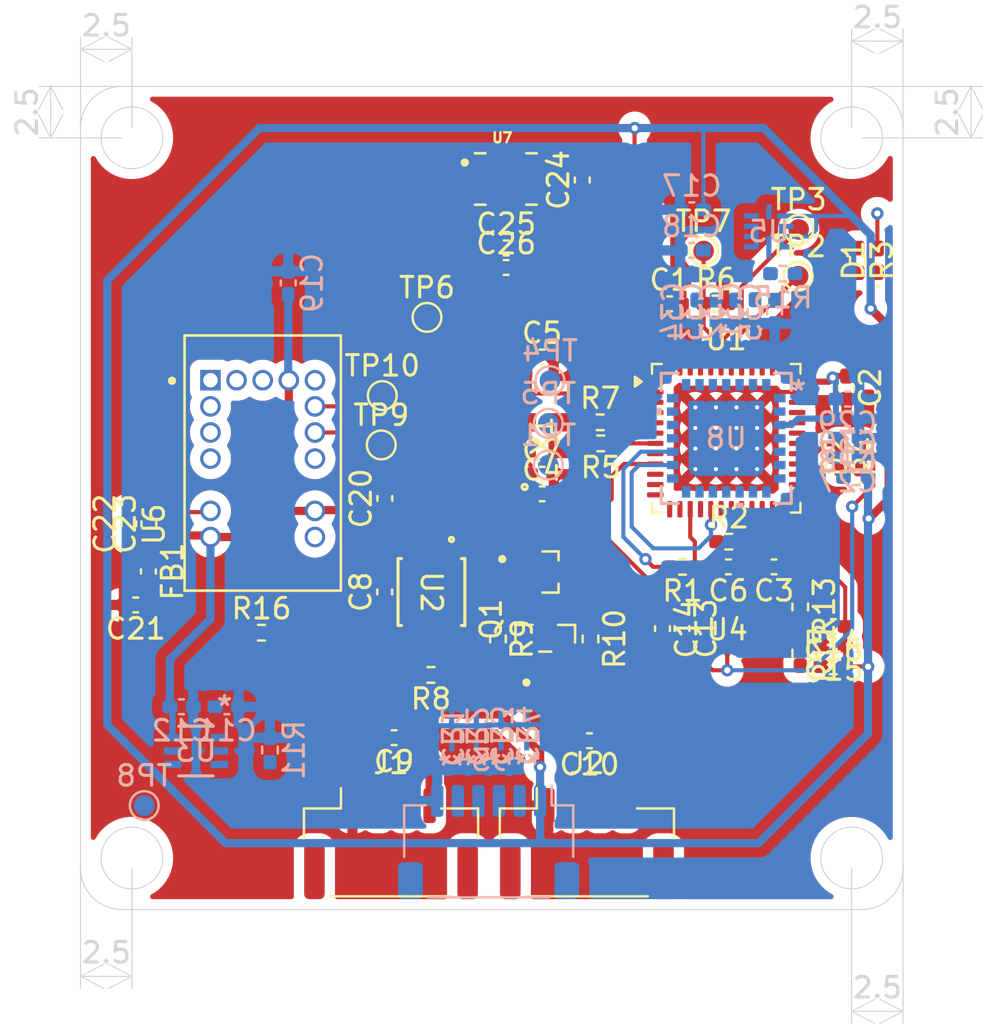
<source format=kicad_pcb>
(kicad_pcb (version 20241229) (generator "pcbnew") (generator_version "9.0")
  (layers (0 "F.Cu" signal) (4 "In1.Cu" signal) (6 "In2.Cu" signal) (2 "B.Cu" signal) (13 "F.Paste" user) (15 "B.Paste" user) (5 "F.SilkS" user "F.Silkscreen") (7 "B.SilkS" user "B.Silkscreen") (1 "F.Mask" user) (3 "B.Mask" user) (25 "Edge.Cuts" user))
  (net 0 "")
  (net 1 "+3.3V")
  (net 2 "GND")
  (net 3 "Net-(U1-VCAP_1)")
  (net 4 "5V_CAN")
  (net 5 "VDDL")
  (net 6 "Net-(U5-VOUT)")
  (net 7 "Net-(U6-GNDL)")
  (net 8 "SYS_SWCLK")
  (net 9 "SYS_SWDIO")
  (net 10 "USART2_RX")
  (net 11 "USART2_TX")
  (net 12 "Net-(D1-K)")
  (net 13 "Net-(D2-K)")
  (net 14 "CAN_N")
  (net 15 "CAN_P")
  (net 16 "CAN_TERM")
  (net 17 "Net-(Q1-D)")
  (net 18 "SPI1_SCK")
  (net 19 "Net-(U1-PA5)")
  (net 20 "Net-(U1-PB10)")
  (net 21 "SPI2_SCK")
  (net 22 "LED_RED")
  (net 23 "LED_BLUE")
  (net 24 "NRST")
  (net 25 "BOOT0")
  (net 26 "OSC_IN")
  (net 27 "Net-(X1-OUTPUT)")
  (net 28 "CAN_SILENT")
  (net 29 "Net-(U3-*CE)")
  (net 30 "Net-(R12-Pad2)")
  (net 31 "Net-(U4-FB)")
  (net 32 "Net-(U6-GND)")
  (net 33 "VBUS_SENSE")
  (net 34 "I2C1_SCL")
  (net 35 "I2C1_SDA")
  (net 36 "Net-(U1-PC15)")
  (net 37 "Net-(U1-PH1)")
  (net 38 "Net-(U3-ST)")
  (net 39 "Net-(U6-CLK+)")
  (net 40 "Net-(U6-CLK-)")
  (net 41 "CAN1_RX")
  (net 42 "SPI1_CS_ICM42688P")
  (net 43 "SPI1_MOSI")
  (net 45 "SPI2_MISO")
  (net 46 "SPI1_MISO")
  (net 49 "CAN1_TX")
  (net 51 "SPI1_DRDY_ICM42688P")
  (net 52 "SPI1_PAW3902_NCS")
  (net 53 "SPI2_AFBR_IRQ_n")
  (net 55 "SPI2_AFBR_CS_n")
  (net 57 "SPI2_MOSI")
  (net 58 "SPI1_FSYNC_ICM42688P_TIM1_CH4")
  (net 60 "SPI1_PAW3902_MOTION")
  (net 73 "+2.0V")
  (net 80 "Net-(U8-NRESET)")
  (net 87 "Net-(U8-VREG)")
  (footprint "Package_DFN_QFN:QFN-48-1EP_7x7mm_P0.5mm_EP3.5x3.5mm_ThermalVias" (layer "F.Cu") (at 166.4 82.1)
    (property "Reference" "U1")
    (property "Value" "STM32F412CEUx")
  )
  (footprint "Capacitor_SMD:C_0402_1005Metric_Pad0.74x0.62mm_HandSolder" (layer "F.Cu") (at 149.79 89.5675 90)
    (property "Reference" "C8")
    (property "Value" "0.1uf")
  )
  (footprint "TestPoint:TestPoint_Pad_D1.0mm" (layer "F.Cu") (at 169.9 74.225)
    (property "Reference" "TP2")
    (property "Value" "I2C1_SCL")
  )
  (footprint "Capacitor_SMD:C_0402_1005Metric_Pad0.74x0.62mm_HandSolder" (layer "F.Cu") (at 137.35 86.2575 90)
    (property "Reference" "C22")
    (property "Value" "10uF")
  )
  (footprint "Capacitor_SMD:C_0402_1005Metric_Pad0.74x0.62mm_HandSolder" (layer "F.Cu") (at 157.449998 84.800002)
    (property "Reference" "C4")
    (property "Value" "0.1uf")
  )
  (footprint "AFBR_S50LV85D:XCVR_AFBR-S50LV85D" (layer "F.Cu") (at 143.86 83.305 90)
    (property "Reference" "U6")
    (property "Value" "AFBR-S50LV85D")
  )
  (footprint "Capacitor_SMD:C_0402_1005Metric_Pad0.74x0.62mm_HandSolder" (layer "F.Cu") (at 159.75 96.8 180)
    (property "Reference" "C10")
    (property "Value" "2.2uf")
  )
  (footprint "TestPoint:TestPoint_Pad_D1.0mm" (layer "F.Cu") (at 151.85 76.225)
    (property "Reference" "TP6")
    (property "Value" "NRST")
  )
  (footprint "Capacitor_SMD:C_0402_1005Metric_Pad0.74x0.62mm_HandSolder" (layer "F.Cu") (at 171.6175 92.2 180)
    (property "Reference" "C15")
    (property "Value" "10uF")
  )
  (footprint "Resistor_SMD:R_0402_1005Metric_Pad0.72x0.64mm_HandSolder" (layer "F.Cu") (at 172.8 73.455 -90)
    (property "Reference" "R3")
    (property "Value" "2.2K")
  )
  (footprint "Capacitor_SMD:C_0402_1005Metric_Pad0.74x0.62mm_HandSolder" (layer "F.Cu") (at 171.6175 91.25 180)
    (property "Reference" "C16")
    (property "Value" "10uF")
  )
  (footprint "Resistor_SMD:R_0402_1005Metric_Pad0.72x0.64mm_HandSolder" (layer "F.Cu") (at 152.04 93.6 180)
    (property "Reference" "R8")
    (property "Value" "10k")
  )
  (footprint "Capacitor_SMD:C_0402_1005Metric_Pad0.74x0.62mm_HandSolder" (layer "F.Cu") (at 157.4425 78.150002)
    (property "Reference" "C5")
    (property "Value" "0.1uf")
  )
  (footprint "Resistor_SMD:R_0402_1005Metric_Pad0.72x0.64mm_HandSolder" (layer "F.Cu") (at 164.275 88.35 180)
    (property "Reference" "R1")
    (property "Value" "0")
  )
  (footprint "Resistor_SMD:R_0402_1005Metric_Pad0.72x0.64mm_HandSolder" (layer "F.Cu") (at 166.525 87.125)
    (property "Reference" "R2")
    (property "Value" "0")
  )
  (footprint "Resistor_SMD:R_0402_1005Metric_Pad0.72x0.64mm_HandSolder" (layer "F.Cu") (at 155.3 91.85 -90)
    (property "Reference" "R9")
    (property "Value" "R_US")
  )
  (footprint "Capacitor_SMD:C_0402_1005Metric_Pad0.74x0.62mm_HandSolder" (layer "F.Cu") (at 137.6825 90.2 180)
    (property "Reference" "C21")
    (property "Value" "10uF")
  )
  (footprint "Capacitor_SMD:C_0402_1005Metric_Pad0.74x0.62mm_HandSolder" (layer "F.Cu") (at 164.25 91.35 -90)
    (property "Reference" "C13")
    (property "Value" "10uF")
  )
  (footprint "TestPoint:TestPoint_Pad_D1.0mm" (layer "F.Cu") (at 165.3 73)
    (property "Reference" "TP7")
    (property "Value" "BOOT0")
  )
  (footprint "Resistor_SMD:R_0402_1005Metric_Pad0.72x0.64mm_HandSolder" (layer "F.Cu") (at 143.8 91.55)
    (property "Reference" "R16")
    (property "Value" "0")
  )
  (footprint "Capacitor_SMD:C_0402_1005Metric_Pad0.74x0.62mm_HandSolder" (layer "F.Cu") (at 150.25 96.65 180)
    (property "Reference" "C9")
    (property "Value" "2.2uf")
  )
  (footprint "TJA1051TK_3_118:HVSON08_3X3_NXP" (layer "F.Cu") (at 152.065021 89.5732 -90)
    (property "Reference" "U2")
    (property "Value" "TJA1051TK/3_118" (hide yes))
  )
  (footprint "Resistor_SMD:R_0402_1005Metric_Pad0.72x0.64mm_HandSolder" (layer "F.Cu") (at 159.8 91.8525 -90)
    (property "Reference" "R10")
    (property "Value" "100k")
  )
  (footprint "Capacitor_SMD:C_0402_1005Metric_Pad0.74x0.62mm_HandSolder" (layer "F.Cu") (at 155.7 73.8)
    (property "Reference" "C26")
    (property "Value" "2.2uF")
  )
  (footprint "LFSPXO072801REEL:LFSPXO072801REEL_IQD" (layer "F.Cu") (at 157.449999 81.975001 90)
    (property "Reference" "X1")
    (property "Value" "LFSPXO072801REEL" (hide yes))
  )
  (footprint "Resistor_SMD:R_0402_1005Metric_Pad0.72x0.64mm_HandSolder" (layer "F.Cu") (at 171.975 82.9975 -90)
    (property "Reference" "R4")
    (property "Value" "1.5K")
  )
  (footprint "LED_SMD:LED_0402_1005Metric_Pad0.77x0.64mm_HandSolder" (layer "F.Cu") (at 173.75 73.4525 90)
    (property "Reference" "D1")
    (property "Value" "Red")
  )
  (footprint "LED_SMD:LED_0402_1005Metric_Pad0.77x0.64mm_HandSolder" (layer "F.Cu") (at 172.925 82.9975 90)
    (property "Reference" "D2")
    (property "Value" "Blue")
  )
  (footprint "Resistor_SMD:R_0402_1005Metric_Pad0.72x0.64mm_HandSolder" (layer "F.Cu") (at 170 92.5475 -90)
    (property "Reference" "R12")
    (property "Value" "82K")
  )
  (footprint "Resistor_SMD:R_0402_1005Metric_Pad0.72x0.64mm_HandSolder" (layer "F.Cu") (at 170 90.2975 -90)
    (property "Reference" "R13")
    (property "Value" "18.2K")
  )
  (footprint "Capacitor_SMD:C_0402_1005Metric_Pad0.74x0.62mm_HandSolder" (layer "F.Cu") (at 155.7 72.85)
    (property "Reference" "C25")
    (property "Value" "0.1uF")
  )
  (footprint "Capacitor_SMD:C_0402_1005Metric_Pad0.74x0.62mm_HandSolder" (layer "F.Cu") (at 138.325 86.2575 90)
    (property "Reference" "C23")
    (property "Value" "0.1uF")
  )
  (footprint "TestPoint:TestPoint_Pad_D1.0mm" (layer "F.Cu") (at 169.925 71.95)
    (property "Reference" "TP3")
    (property "Value" "I2C1_SDA")
  )
  (footprint "Resistor_SMD:R_0402_1005Metric_Pad0.72x0.64mm_HandSolder" (layer "F.Cu") (at 160.3 82.35 180)
    (property "Reference" "R5")
    (property "Value" "10k")
  )
  (footprint "Inductor_SMD:L_0402_1005Metric_Pad0.77x0.64mm_HandSolder" (layer "F.Cu") (at 138.3 88.5725 -90)
    (property "Reference" "FB1")
    (property "Value" "FerriteBead_Small")
  )
  (footprint "Capacitor_SMD:C_0402_1005Metric_Pad0.74x0.62mm_HandSolder" (layer "F.Cu") (at 159.4 69.55 90)
    (property "Reference" "C24")
    (property "Value" "0.1uF")
  )
  (footprint "ICM_42688_P:PQFN50P300X250X97-14N" (layer "F.Cu") (at 155.685 69.5)
    (property "Reference" "U7")
    (property "Value" "ICM-42688-P")
  )
  (footprint "Capacitor_SMD:C_0402_1005Metric_Pad0.74x0.62mm_HandSolder" (layer "F.Cu") (at 163.3 91.35 -90)
    (property "Reference" "C14")
    (property "Value" "10uF")
  )
  (footprint "Capacitor_SMD:C_0402_1005Metric_Pad0.74x0.62mm_HandSolder" (layer "F.Cu") (at 149.8 85.025 90)
    (property "Reference" "C20")
    (property "Value" "10uF")
  )
  (footprint "TestPoint:TestPoint_Pad_D1.0mm" (layer "F.Cu") (at 149.675 80.025)
    (property "Reference" "TP10")
    (property "Value" "CLK-")
  )
  (footprint "Capacitor_SMD:C_0402_1005Metric_Pad0.74x0.62mm_HandSolder" (layer "F.Cu") (at 166.5075 88.35 180)
    (property "Reference" "C6")
    (property "Value" "4.7uf")
  )
  (footprint "TestPoint:TestPoint_Pad_D1.0mm" (layer "F.Cu") (at 149.625 82.425)
    (property "Reference" "TP9")
    (property "Value" "CLK+")
  )
  (footprint "Resistor_SMD:R_0402_1005Metric_Pad0.72x0.64mm_HandSolder" (layer "F.Cu") (at 171.6025 93.189753)
    (property "Reference" "R14")
    (property "Value" "0")
  )
  (footprint "Capacitor_SMD:C_0402_1005Metric_Pad0.74x0.62mm_HandSolder" (layer "F.Cu") (at 163.65 75.5675)
    (property "Reference" "C1")
    (property "Value" "0.1uf")
  )
  (footprint "Resistor_SMD:R_0402_1005Metric_Pad0.72x0.64mm_HandSolder" (layer "F.Cu") (at 160.2725 81.325)
    (property "Reference" "R7")
    (property "Value" "0")
  )
  (footprint "Connector_JST:JST_GH_SM04B-GHS-TB_1x04-1MP_P1.25mm_Horizontal" (layer "F.Cu") (at 159.625 101.8)
    (property "Reference" "J2")
    (property "Value" "SM04B-GHS-TB(LF)(SN)")
  )
  (footprint "Resistor_SMD:R_0402_1005Metric_Pad0.72x0.64mm_HandSolder" (layer "F.Cu") (at 165.8975 75.55)
    (property "Reference" "R6")
    (property "Value" "10k")
  )
  (footprint "DMN67D7L-7:SOT91P240X110-3N" (layer "F.Cu") (at 157.6 91.82 90)
    (property "Reference" "Q1")
    (property "Value" "NMOS" (hide yes))
  )
  (footprint "PESD1CAN_UX:SOT65P210X110-3N" (layer "F.Cu") (at 157.62 88.6)
    (property "Reference" "D3" (hide yes))
    (property "Value" "PESD1CAN-UX" (hide yes))
  )
  (footprint "Capacitor_SMD:C_0402_1005Metric_Pad0.74x0.62mm_HandSolder" (layer "F.Cu") (at 157.449998 83.85)
    (property "Reference" "C7")
    (property "Value" "0.1uf")
  )
  (footprint "Capacitor_SMD:C_0402_1005Metric_Pad0.74x0.62mm_HandSolder" (layer "F.Cu") (at 172.25 79.645 -90)
    (property "Reference" "C2")
    (property "Value" "0.1uf")
  )
  (footprint "Capacitor_SMD:C_0402_1005Metric_Pad0.74x0.62mm_HandSolder" (layer "F.Cu") (at 168.725 88.35 180)
    (property "Reference" "C3")
    (property "Value" "0.1uf")
  )
  (footprint "Connector_JST:JST_GH_SM04B-GHS-TB_1x04-1MP_P1.25mm_Horizontal" (layer "F.Cu") (at 150.1 101.8)
    (property "Reference" "J1")
    (property "Value" "SM04B-GHS-TB(LF)(SN)")
  )
  (footprint "MPM3811GG_Z:QFN2x2x1p6_MPM3811_MNP" (layer "F.Cu") (at 166.45 91.400001)
    (property "Reference" "U4")
    (property "Value" "MPM3811GG-Z")
  )
  (footprint "Resistor_SMD:R_0402_1005Metric_Pad0.72x0.64mm_HandSolder" (layer "B.Cu") (at 172.7 84 180)
    (property "Reference" "R17")
    (property "Value" "100k")
  )
  (footprint "Capacitor_SMD:C_0402_1005Metric_Pad0.74x0.62mm_HandSolder" (layer "B.Cu") (at 164.725599 70.999011 180)
    (property "Reference" "C17")
    (property "Value" "2.2uF")
  )
  (footprint "ESD9C3.3ST5G:CR_ESD9C3.3ST5G_ONS" (layer "B.Cu") (at 154.25 96.5914 90)
    (property "Reference" "CR2")
    (property "Value" "ESD9C3.3ST5G" (hide yes))
  )
  (footprint "Capacitor_SMD:C_0402_1005Metric_Pad0.74x0.62mm_HandSolder" (layer "B.Cu") (at 168.75 75.9675 -90)
    (property "Reference" "C35")
    (property "Value" "10uf")
  )
  (footprint "ESD9C3.3ST5G:CR_ESD9C3.3ST5G_ONS" (layer "B.Cu") (at 155.45 96.55 90)
    (property "Reference" "CR3")
    (property "Value" "ESD9C3.3ST5G" (hide yes))
  )
  (footprint "TestPoint:TestPoint_Pad_D1.0mm" (layer "B.Cu") (at 157.75 83.4 180)
    (property "Reference" "TP1")
    (property "Value" "VBUS_SENSE")
  )
  (footprint "Capacitor_SMD:C_0402_1005Metric_Pad0.74x0.62mm_HandSolder" (layer "B.Cu") (at 167.8 75.9325 -90)
    (property "Reference" "C31")
    (property "Value" "0.1uf")
  )
  (footprint "Capacitor_SMD:C_0402_1005Metric_Pad0.74x0.62mm_HandSolder" (layer "B.Cu") (at 142.1175 95.15)
    (property "Reference" "C11")
    (property "Value" "2.2uF")
  )
  (footprint "TestPoint:TestPoint_Pad_D1.0mm" (layer "B.Cu") (at 157.825 79.3 180)
    (property "Reference" "TP4")
    (property "Value" "PC15")
  )
  (footprint "LM66100DCKR:DCK6_TEX" (layer "B.Cu") (at 140.61335 97.299999 180)
    (property "Reference" "U3")
    (property "Value" "LM66100DCKR" (hide yes))
  )
  (footprint "Capacitor_SMD:C_0402_1005Metric_Pad0.74x0.62mm_HandSolder" (layer "B.Cu") (at 172.3 80.195)
    (property "Reference" "C29")
    (property "Value" "0.1uf")
  )
  (footprint "PMW3901MB-TXQT:QFN_01MB-TXQT_PIX-M" (layer "B.Cu") (at 166.399958 82.1035 180)
    (property "Reference" "U8")
    (property "Value" "PMW3901MB-TXQT")
  )
  (footprint "ESD9C3.3ST5G:CR_ESD9C3.3ST5G_ONS" (layer "B.Cu") (at 156.7 96.5414 90)
    (property "Reference" "CR4")
    (property "Value" "ESD9C3.3ST5G" (hide yes))
  )
  (footprint "Capacitor_SMD:C_0402_1005Metric_Pad0.74x0.62mm_HandSolder" (layer "B.Cu") (at 139.91335 95.149999)
    (property "Reference" "C12")
    (property "Value" "10uF")
  )
  (footprint "Capacitor_SMD:C_0402_1005Metric_Pad0.74x0.62mm_HandSolder" (layer "B.Cu") (at 172.3 81.145)
    (property "Reference" "C30")
    (property "Value" "10uf")
  )
  (footprint "Capacitor_SMD:C_0402_1005Metric_Pad0.74x0.62mm_HandSolder" (layer "B.Cu") (at 164.725599 72.969011 180)
    (property "Reference" "C18")
    (property "Value" "2.2uF")
  )
  (footprint "Capacitor_SMD:C_0402_1005Metric_Pad0.74x0.62mm_HandSolder" (layer "B.Cu") (at 145.1 74.55 90)
    (property "Reference" "C19")
    (property "Value" "0.1uF")
  )
  (footprint "Capacitor_SMD:C_0402_1005Metric_Pad0.74x0.62mm_HandSolder" (layer "B.Cu") (at 164.966322 75.951178 -90)
    (property "Reference" "C34")
    (property "Value" "10uf")
  )
  (footprint "TestPoint:TestPoint_Pad_D1.0mm" (layer "B.Cu") (at 157.75 81.375 180)
    (property "Reference" "TP5")
    (property "Value" "PH1")
  )
  (footprint "Capacitor_SMD:C_0402_1005Metric_Pad0.74x0.62mm_HandSolder" (layer "B.Cu") (at 172.3 83.045)
    (property "Reference" "C27")
    (property "Value" "0.1uf")
  )
  (footprint "TestPoint:TestPoint_Pad_D1.0mm" (layer "B.Cu") (at 138.1 99.95 180)
    (property "Reference" "TP8")
    (property "Value" "ST")
  )
  (footprint "Capacitor_SMD:C_0402_1005Metric_Pad0.74x0.62mm_HandSolder" (layer "B.Cu") (at 165.9 75.95 -90)
    (property "Reference" "C33")
    (property "Value" "10uf")
  )
  (footprint "Capacitor_SMD:C_0402_1005Metric_Pad0.74x0.62mm_HandSolder" (layer "B.Cu") (at 172.3 82.095)
    (property "Reference" "C28")
    (property "Value" "4.7uf")
  )
  (footprint "TCR3UF20A_LM_CT:QFN2x2x1p6_MPM3811_MNP" (layer "B.Cu") (at 168.473999 72.049811 180)
    (property "Reference" "U5")
    (property "Value" "TCR3UF20A_LMCT")
  )
  (footprint "Capacitor_SMD:C_0402_1005Metric_Pad0.74x0.62mm_HandSolder" (layer "B.Cu") (at 166.85 75.95 -90)
    (property "Reference" "C32")
    (property "Value" "10uf")
  )
  (footprint "Connector_JST:JST_SH_SM06B-SRSS-TB_1x06-1MP_P1.00mm_Horizontal" (layer "B.Cu") (at 154.85 101.725 180)
    (property "Reference" "J3")
    (property "Value" "SM06B-SRSS-TB(LF)(SN)")
  )
  (footprint "Resistor_SMD:R_0402_1005Metric_Pad0.72x0.64mm_HandSolder" (layer "B.Cu") (at 144.21335 97.249999 90)
    (property "Reference" "R11")
    (property "Value" "5.1k")
  )
  (footprint "Resistor_SMD:R_0402_1005Metric_Pad0.72x0.64mm_HandSolder" (layer "B.Cu") (at 169.15 74.1)
    (property "Reference" "R15")
    (property "Value" "0")
  )
  (footprint "ESD9C3.3ST5G:CR_ESD9C3.3ST5G_ONS" (layer "B.Cu") (at 153.05 96.5914 90)
    (property "Reference" "CR1")
    (property "Value" "ESD9C3.3ST5G" (hide yes))
  )
  (gr_line (start 173 105) (end 137 105) (stroke (width 0.05)) (layer "Edge.Cuts"))
  (gr_line (start 135 103) (end 135 67) (stroke (width 0.05)) (layer "Edge.Cuts"))
  (gr_circle (center 137.5 67.5) (end 137.5 66) (stroke (width 0.05)) (fill no) (layer "Edge.Cuts"))
  (gr_line (start 175 67) (end 175 103) (stroke (width 0.05)) (layer "Edge.Cuts"))
  (gr_circle (center 172.5 102.5) (end 174 102.5) (stroke (width 0.05)) (fill no) (layer "Edge.Cuts"))
  (gr_circle (center 172.5 67.5) (end 174 67.5) (stroke (width 0.05)) (fill no) (layer "Edge.Cuts"))
  (gr_arc (start 135 67) (mid 135.585786 65.585786) (end 137 65) (stroke (width 0.05)) (layer "Edge.Cuts"))
  (gr_line (start 137 65) (end 173 65) (stroke (width 0.05)) (layer "Edge.Cuts"))
  (gr_arc (start 175 103) (mid 174.414214 104.414214) (end 173 105) (stroke (width 0.05)) (layer "Edge.Cuts"))
  (gr_arc (start 173 65) (mid 174.414214 65.585786) (end 175 67) (stroke (width 0.05)) (layer "Edge.Cuts"))
  (gr_arc (start 137 105) (mid 135.585786 104.414214) (end 135 103) (stroke (width 0.05)) (layer "Edge.Cuts"))
  (gr_circle (center 137.5 102.5) (end 136 102.5) (stroke (width 0.05)) (fill no) (layer "Edge.Cuts"))
  (dimension (type orthogonal) (layer "Edge.Cuts") (pts (xy 172.5 67.5) (xy 175 67.5)) (height -4.7) (orientation 0) (format (prefix "") (suffix "") (units 3) (units_format 0) (precision 4) (suppress_zeroes yes)) (style (thickness 0.05) (arrow_length 1.27) (text_position_mode 0) (arrow_direction outward) (extension_height 0.58642) (extension_offset 0.5) (keep_text_aligned yes)) (gr_text "2.5" (at 173.75 61.65 0) (layer "Edge.Cuts") (effects (font (size 1 1) (thickness 0.15)))))
  (dimension (type orthogonal) (layer "Edge.Cuts") (pts (xy 137.5 102.5) (xy 135 102.5)) (height 5.75) (orientation 0) (format (prefix "") (suffix "") (units 3) (units_format 0) (precision 4) (suppress_zeroes yes)) (style (thickness 0.05) (arrow_length 1.27) (text_position_mode 0) (arrow_direction outward) (extension_height 0.58642) (extension_offset 0.5) (keep_text_aligned yes)) (gr_text "2.5" (at 136.25 107.1 0) (layer "Edge.Cuts") (effects (font (size 1 1) (thickness 0.15)))))
  (dimension (type orthogonal) (layer "Edge.Cuts") (pts (xy 172.5 102.5) (xy 175 102.5)) (height 7.45) (orientation 0) (format (prefix "") (suffix "") (units 3) (units_format 0) (precision 4) (suppress_zeroes yes)) (style (thickness 0.05) (arrow_length 1.27) (text_position_mode 0) (arrow_direction outward) (extension_height 0.58642) (extension_offset 0.5) (keep_text_aligned yes)) (gr_text "2.5" (at 173.75 108.8 0) (layer "Edge.Cuts") (effects (font (size 1 1) (thickness 0.15)))))
  (dimension (type orthogonal) (layer "Edge.Cuts") (pts (xy 137.5 67.5) (xy 135 67.5)) (height -4.3) (orientation 0) (format (prefix "") (suffix "") (units 3) (units_format 0) (precision 4) (suppress_zeroes yes)) (style (thickness 0.05) (arrow_length 1.27) (text_position_mode 0) (arrow_direction outward) (extension_height 0.58642) (extension_offset 0.5) (keep_text_aligned yes)) (gr_text "2.5" (at 136.25 62.05 0) (layer "Edge.Cuts") (effects (font (size 1 1) (thickness 0.15)))))
  (dimension (type orthogonal) (layer "Edge.Cuts") (pts (xy 137.5 67.5) (xy 137.5 65)) (height -3.95) (orientation 1) (format (prefix "") (suffix "") (units 3) (units_format 0) (precision 4) (suppress_zeroes yes)) (style (thickness 0.05) (arrow_length 1.27) (text_position_mode 0) (arrow_direction outward) (extension_height 0.58642) (extension_offset 0.5) (keep_text_aligned yes)) (gr_text "2.5" (at 132.4 66.25 90) (layer "Edge.Cuts") (effects (font (size 1 1) (thickness 0.15)))))
  (dimension (type orthogonal) (layer "Edge.Cuts") (pts (xy 172.5 67.5) (xy 172.5 65)) (height 5.8) (orientation 1) (format (prefix "") (suffix "") (units 3) (units_format 0) (precision 4) (suppress_zeroes yes)) (style (thickness 0.05) (arrow_length 1.27) (text_position_mode 0) (arrow_direction outward) (extension_height 0.58642) (extension_offset 0.5) (keep_text_aligned yes)) (gr_text "2.5" (at 177.15 66.25 90) (layer "Edge.Cuts") (effects (font (size 1 1) (thickness 0.15)))))
  (segment (start 174.299 76.674) (end 173.425 75.8) (width 0.4) (layer "F.Cu") (net 1))
  (segment (start 163.65 77.45) (end 163.0825 76.8825) (width 0.2) (layer "F.Cu") (net 1))
  (segment (start 171.6725 79.0775) (end 172.25 79.0775) (width 0.3) (layer "F.Cu") (net 1))
  (segment (start 160.35 79.925) (end 156.85 79.925) (width 0.2) (layer "F.Cu") (net 1))
  (segment (start 160.145399 83.945399) (end 160.829601 83.945399) (width 0.2) (layer "F.Cu") (net 1))
  (segment (start 174.299 79.075) (end 174.299 76.674) (width 0.4) (layer "F.Cu") (net 1))
  (segment (start 149.79 90.135) (end 149.79 90.59) (width 0.2) (layer "F.Cu") (net 1))
  (segment (start 159.2675 70.25) (end 159.4 70.1175) (width 0.2) (layer "F.Cu") (net 1))
  (segment (start 152.8 95.525) (end 151.4425 94.1675) (width 0.4) (layer "F.Cu") (net 1))
  (segment (start 157.35 98.075) (end 157.35 97.35) (width 0.4) (layer "F.Cu") (net 1))
  (segment (start 171.2 88.35) (end 172.185 89.335) (width 0.2) (layer "F.Cu") (net 1))
  (segment (start 151.4425 92.5425) (end 151.4425 93.6) (width 0.2) (layer "F.Cu") (net 1))
  (segment (start 174.2965 79.0775) (end 174.299 79.075) (width 0.3) (layer "F.Cu") (net 1))
  (segment (start 156.882498 83.85) (end 156.882498 84.800002) (width 0.2) (layer "F.Cu") (net 1))
  (segment (start 156.875 76.85) (end 156.875 78.150002) (width 0.2) (layer "F.Cu") (net 1))
  (segment (start 172.185 89.335) (end 172.185 91.25) (width 0.2) (layer "F.Cu") (net 1))
  (segment (start 161.9425 67.0325) (end 161.95 67.025) (width 0.2) (layer "F.Cu") (net 1))
  (segment (start 162.95 83.35) (end 161.425 83.35) (width 0.2) (layer "F.Cu") (net 1))
  (segment (start 173.289753 93.189753) (end 173.3 93.2) (width 0.2) (layer "F.Cu") (net 1))
  (segment (start 156.599998 82.625) (end 156.599998 83.124998) (width 0.2) (layer "F.Cu") (net 1))
  (segment (start 174.299 85.051) (end 174.299 79.075) (width 0.4) (layer "F.Cu") (net 1))
  (segment (start 155.1325 73.8) (end 155.1325 75.1075) (width 0.2) (layer "F.Cu") (net 1))
  (segment (start 151.4425 94.1675) (end 151.4425 93.6) (width 0.4) (layer "F.Cu") (net 1))
  (segment (start 156.599998 80.175002) (end 156.599998 81.325002) (width 0.2) (layer "F.Cu") (net 1))
  (segment (start 156.5 71.675) (end 155.235 71.675) (width 0.2) (layer "F.Cu") (net 1))
  (segment (start 157.275 85.8) (end 156.882498 85.407498) (width 0.2) (layer "F.Cu") (net 1))
  (segment (start 163.075 71.25) (end 161.9425 70.1175) (width 0.2) (layer "F.Cu") (net 1))
  (segment (start 160.084202 85.8) (end 157.275 85.8) (width 0.2) (layer "F.Cu") (net 1))
  (segment (start 161.9425 70.1175) (end 159.4 70.1175) (width 0.2) (layer "F.Cu") (net 1))
  (segment (start 156.85 71.325) (end 156.5 71.675) (width 0.2) (layer "F.Cu") (net 1))
  (segment (start 162.95 79.35) (end 160.925 79.35) (width 0.2) (layer "F.Cu") (net 1))
  (segment (start 155.1325 72.85) (end 155.1325 73.8) (width 0.2) (layer "F.Cu") (net 1))
  (segment (start 151.090042 91.0464) (end 151.090042 92.190042) (width 0.2) (layer "F.Cu") (net 1))
  (segment (start 157.35 97.35) (end 155.525 95.525) (width 0.4) (layer "F.Cu") (net 1))
  (segment (start 169.2925 88.35) (end 171.2 88.35) (width 0.2) (layer "F.Cu") (net 1))
  (segment (start 156.85 70.25) (end 159.2675 70.25) (width 0.2) (layer "F.Cu") (net 1))
  (segment (start 169.15 86.9) (end 169.2925 87.0425) (width 0.2) (layer "F.Cu") (net 1))
  (segment (start 160.829601 83.945399) (end 160.829601 85.054601) (width 0.2) (layer "F.Cu") (net 1))
  (segment (start 155.1325 75.1075) (end 156.875 76.85) (width 0.2) (layer "F.Cu") (net 1))
  (segment (start 156.599998 83.124998) (end 156.882498 83.407498) (width 0.2) (layer "F.Cu") (net 1))
  (segment (start 155.185 70.415) (end 155.185 71.625) (width 0.2) (layer "F.Cu") (net 1))
  (segment (start 172.185 91.25) (end 172.185 92.2) (width 0.2) (layer "F.Cu") (net 1))
  (segment (start 169.15 85.55) (end 169.15 86.9) (width 0.2) (layer "F.Cu") (net 1))
  (segment (start 161.425 83.35) (end 160.829601 83.945399) (width 0.2) (layer "F.Cu") (net 1))
  (segment (start 169.2925 87.0425) (end 169.2925 88.35) (width 0.2) (layer "F.Cu") (net 1))
  (segment (start 163.0825 76.8825) (end 163.0825 75.5675) (width 0.2) (layer "F.Cu") (net 1))
  (segment (start 171.4 79.35) (end 171.6725 79.0775) (width 0.3) (layer "F.Cu") (net 1))
  (segment (start 156.599998 81.325002) (end 156.599998 82.625) (width 0.2) (layer "F.Cu") (net 1))
  (segment (start 155.185 72.7975) (end 155.1325 72.85) (width 0.2) (layer "F.Cu") (net 1))
  (segment (start 169.85 79.35) (end 171.4 79.35) (width 0.3) (layer "F.Cu") (net 1))
  (segment (start 156.882498 83.407498) (end 156.882498 83.85) (width 0.2) (layer "F.Cu") (net 1))
  (segment (start 172.185 93.174753) (end 172.2 93.189753) (width 0.2) (layer "F.Cu") (net 1))
  (segment (start 163.65 78.65) (end 163.65 77.45) (width 0.2) (layer "F.Cu") (net 1))
  (segment (start 156.875 79.075002) (end 156.85 79.100002) (width 0.2) (layer "F.Cu") (net 1))
  (segment (start 160.829601 85.054601) (end 160.084202 85.8) (width 0.2) (layer "F.Cu") (net 1))
  (segment (start 159.7025 82.35) (end 159.7025 83.5025) (width 0.2) (layer "F.Cu") (net 1))
  (segment (start 156.85 79.100002) (end 156.85 79.925) (width 0.2) (layer "F.Cu") (net 1))
  (segment (start 155.235 71.675) (end 155.185 71.625) (width 0.2) (layer "F.Cu") (net 1))
  (segment (start 150.2464 91.0464) (end 151.090042 91.0464) (width 0.2) (layer "F.Cu") (net 1))
  (segment (start 161.9425 70.1175) (end 161.9425 67.0325) (width 0.2) (layer "F.Cu") (net 1))
  (segment (start 151.090042 92.190042) (end 151.4425 92.5425) (width 0.2) (layer "F.Cu") (net 1))
  (segment (start 163.075 75.56) (end 163.075 71.25) (width 0.2) (layer "F.Cu") (net 1))
  (segment (start 149.79 90.59) (end 150.2464 91.0464) (width 0.2) (layer "F.Cu") (net 1))
  (segment (start 172.2 93.189753) (end 173.289753 93.189753) (width 0.2) (layer "F.Cu") (net 1))
  (segment (start 156.85 70.25) (end 156.85 71.325) (width 0.2) (layer "F.Cu") (net 1))
  (segment (start 156.875 78.150002) (end 156.875 79.075002) (width 0.2) (layer "F.Cu") (net 1))
  (segment (start 155.525 95.525) (end 152.8 95.525) (width 0.4) (layer "F.Cu") (net 1))
  (segment (start 159.7025 83.5025) (end 160.145399 83.945399) (width 0.2) (layer "F.Cu") (net 1))
  (segment (start 173.35 86) (end 174.299 85.051) (width 0.4) (layer "F.Cu") (net 1))
  (segment (start 172.185 92.2) (end 172.185 93.174753) (width 0.2) (layer "F.Cu") (net 1))
  (segment (start 156.85 79.925) (end 156.599998 80.175002) (width 0.2) (layer "F.Cu") (net 1))
  (segment (start 155.185 71.625) (end 155.185 72.7975) (width 0.2) (layer "F.Cu") (net 1))
  (segment (start 163.0825 75.5675) (end 163.075 75.56) (width 0.2) (layer "F.Cu") (net 1))
  (segment (start 160.925 79.35) (end 160.35 79.925) (width 0.2) (layer "F.Cu") (net 1))
  (segment (start 156.882498 85.407498) (end 156.882498 84.800002) (width 0.2) (layer "F.Cu") (net 1))
  (segment (start 173.325 86) (end 173.35 86) (width 0.4) (layer "F.Cu") (net 1))
  (segment (start 172.25 79.0775) (end 174.2965 79.0775) (width 0.3) (layer "F.Cu") (net 1))
  (via (at 157.35 98.075) (size 0.6) (drill 0.3) (layers "F.Cu" "B.Cu") (net 1))
  (via (at 161.95 67.025) (size 0.6) (drill 0.3) (layers "F.Cu" "B.Cu") (net 1))
  (via (at 173.325 86) (size 0.6) (drill 0.3) (layers "F.Cu" "B.Cu") (net 1))
  (via (at 171.575 79.15) (size 0.6) (drill 0.3) (layers "F.Cu" "B.Cu") (net 1))
  (via (at 173.425 75.8) (size 0.6) (drill 0.3) (layers "F.Cu" "B.Cu") (net 1))
  (via (at 173.3 93.2) (size 0.6) (drill 0.3) (layers "F.Cu" "B.Cu") (net 1))
  (segment (start 157.35 99.725) (end 157.35 101.55) (width 0.4) (layer "B.Cu") (net 1))
  (segment (start 172.499622 71.299622) (end 168.225 67.025) (width 0.4) (layer "B.Cu") (net 1))
  (segment (start 173.2975 85.9725) (end 173.2975 84) (width 0.4) (layer "B.Cu") (net 1))
  (segment (start 165.293099 67.031901) (end 165.3 67.025) (width 0.2) (layer "B.Cu") (net 1))
  (segment (start 169.272 71.299622) (end 170.775 71.299622) (width 0.2) (layer "B.Cu") (net 1))
  (segment (start 167.975 101.775) (end 157.575 101.775) (width 0.4) (layer "B.Cu") (net 1))
  (segment (start 173.2975 96.4525) (end 167.975 101.775) (width 0.4) (layer "B.Cu") (net 1))
  (segment (start 161.95 67.025) (end 143.7 67.025) (width 0.4) (layer "B.Cu") (net 1))
  (segment (start 173.325 86) (end 173.2975 85.9725) (width 0.4) (layer "B.Cu") (net 1))
  (segment (start 170.775 71.975) (end 170.450126 72.299874) (width 0.2) (layer "B.Cu") (net 1))
  (segment (start 169.003458 81.453514) (end 169.582858 81.453514) (width 0.3) (layer "B.Cu") (net 1))
  (segment (start 171.7325 80.195) (end 171.7325 79.3075) (width 0.3) (layer "B.Cu") (net 1))
  (segment (start 169.891372 81.145) (end 171.7325 81.145) (width 0.3) (layer "B.Cu") (net 1))
  (segment (start 157.35 101.55) (end 157.575 101.775) (width 0.4) (layer "B.Cu") (net 1))
  (segment (start 165.293099 70.999011) (end 165.293099 67.031901) (width 0.2) (layer "B.Cu") (net 1))
  (segment (start 142.05 101.775) (end 157.575 101.775) (width 0.4) (layer "B.Cu") (net 1))
  (segment (start 171.7325 80.195) (end 171.7325 81.145) (width 0.3) (layer "B.Cu") (net 1))
  (segment (start 169.582858 81.453514) (end 169.891372 81.145) (width 0.3) (layer "B.Cu") (net 1))
  (segment (start 170.450126 72.299874) (end 169.5224 72.299874) (width 0.2) (layer "B.Cu") (net 1))
  (segment (start 173.425 72.225) (end 172.499622 71.299622) (width 0.4) (layer "B.Cu") (net 1))
  (segment (start 173.325 86) (end 173.2975 86.0275) (width 0.4) (layer "B.Cu") (net 1))
  (segment (start 157.35 99.725) (end 157.35 98.075) (width 0.4) (layer "B.Cu") (net 1))
  (segment (start 165.3 67.025) (end 161.95 67.025) (width 0.4) (layer "B.Cu") (net 1))
  (segment (start 170.775 71.299622) (end 172.499622 71.299622) (width 0.2) (layer "B.Cu") (net 1))
  (segment (start 136.3 96.025) (end 142.05 101.775) (width 0.4) (layer "B.Cu") (net 1))
  (segment (start 143.7 67.025) (end 136.3 74.425) (width 0.4) (layer "B.Cu") (net 1))
  (segment (start 173.2975 86.0275) (end 173.2975 96.4525) (width 0.4) (layer "B.Cu") (net 1))
  (segment (start 168.225 67.025) (end 165.3 67.025) (width 0.4) (layer "B.Cu") (net 1))
  (segment (start 170.775 71.299622) (end 170.775 71.975) (width 0.2) (layer "B.Cu") (net 1))
  (segment (start 136.3 74.425) (end 136.3 96.025) (width 0.4) (layer "B.Cu") (net 1))
  (segment (start 173.425 75.8) (end 173.425 72.225) (width 0.4) (layer "B.Cu") (net 1))
  (segment (start 171.7325 79.3075) (end 171.575 79.15) (width 0.3) (layer "B.Cu") (net 1))
  (segment (start 168.65 79.85) (end 167.9 80.6) (width 0.2) (layer "F.Cu") (net 2))
  (segment (start 169.85 79.85) (end 168.65 79.85) (width 0.2) (layer "F.Cu") (net 2))
  (segment (start 168.15 85.55) (end 168.15 87.111386) (width 0.2) (layer "F.Cu") (net 3))
  (segment (start 168.15 87.111386) (end 167.511386 87.75) (width 0.2) (layer "F.Cu") (net 3))
  (segment (start 167.511386 87.75) (end 167.25 87.75) (width 0.2) (layer "F.Cu") (net 3))
  (segment (start 167.25 87.75) (end 167.075 87.925) (width 0.2) (layer "F.Cu") (net 3))
  (segment (start 167.075 87.925) (end 167.075 88.35) (width 0.2) (layer "F.Cu") (net 3))
  (segment (start 160.3175 96.8) (end 161.5 97.9825) (width 0.4) (layer "F.Cu") (net 4))
  (segment (start 150.8175 96.65) (end 151.975 97.8075) (width 0.4) (layer "F.Cu") (net 4))
  (segment (start 161.5 97.9825) (end 161.5 99.95) (width 0.4) (layer "F.Cu") (net 4))
  (segment (start 151.975 97.8075) (end 151.975 99.95) (width 0.4) (layer "F.Cu") (net 4))
  (segment (start 165.016525 90.649812) (end 164.944399 90.721938) (width 0.2) (layer "F.Cu") (net 5))
  (segment (start 150.8825 86.675) (end 149.8 85.5925) (width 0.2) (layer "F.Cu") (net 5))
  (segment (start 164.944399 90.721938) (end 164.944399 92.57819) (width 0.2) (layer "F.Cu") (net 5))
  (segment (start 173.546 83.046) (end 173.546 84.404) (width 0.2) (layer "F.Cu") (net 5))
  (segment (start 164.382688 90.649812) (end 164.25 90.7825) (width 0.2) (layer "F.Cu") (net 5))
  (segment (start 146.4375 85.5925) (end 146.4 85.63) (width 0.4) (layer "F.Cu") (net 5))
  (segment (start 151.740028 88.1) (end 151.740028 86.690028) (width 0.2) (layer "F.Cu") (net 5))
  (segment (start 145.13 79.28) (end 145.13 85.02) (width 0.4) (layer "F.Cu") (net 5))
  (segment (start 166.45 93.375) (end 166.45 92.150002) (width 0.2) (layer "F.Cu") (net 5))
  (segment (start 163.3 90.7825) (end 164.25 90.7825) (width 0.2) (layer "F.Cu") (net 5))
  (segment (start 151.740028 86.690028) (end 151.725 86.675) (width 0.2) (layer "F.Cu") (net 5))
  (segment (start 163.3 90.7825) (end 163.3 89.65) (width 0.2) (layer "F.Cu") (net 5))
  (segment (start 146.4 85.63) (end 144.52 85.63) (width 0.4) (layer "F.Cu") (net 5))
  (segment (start 165.741209 93.375) (end 166.45 93.375) (width 0.2) (layer "F.Cu") (net 5))
  (segment (start 138.325 86.825) (end 141.245 86.825) (width 0.4) (layer "F.Cu") (net 5))
  (segment (start 141.245 86.825) (end 141.32 86.9) (width 0.4) (layer "F.Cu") (net 5))
  (segment (start 138.3 90.15) (end 138.25 90.2) (width 0.4) (layer "F.Cu") (net 5))
  (segment (start 137.35 86.825) (end 138.325 86.825) (width 0.4) (layer "F.Cu") (net 5))
  (segment (start 173.75 72.88) (end 173.75 71.175) (width 0.2) (layer "F.Cu") (net 5))
  (segment (start 144.52 85.63) (end 143.25 86.9) (width 0.4) (layer "F.Cu") (net 5))
  (segment (start 138.3 89.145) (end 138.3 90.15) (width 0.4) (layer "F.Cu") (net 5))
  (segment (start 164.944399 92.57819) (end 165.741209 93.375) (width 0.2) (layer "F.Cu") (net 5))
  (segment (start 138.325 86.825) (end 138.325 87.975) (width 0.4) (layer "F.Cu") (net 5))
  (segment (start 172.925 82.425) (end 173.546 83.046) (width 0.2) (layer "F.Cu") (net 5))
  (segment (start 165.651999 90.649812) (end 164.382688 90.649812) (width 0.2) (layer "F.Cu") (net 5))
  (segment (start 163.3 89.65) (end 160.325 86.675) (width 0.2) (layer "F.Cu") (net 5))
  (segment (start 138.3 88) (end 138.3 89.145) (width 0.4) (layer "F.Cu") (net 5))
  (segment (start 160.325 86.675) (end 151.725 86.675) (width 0.2) (layer "F.Cu") (net 5))
  (segment (start 145.13 85.02) (end 144.52 85.63) (width 0.4) (layer "F.Cu") (net 5))
  (segment (start 138.325 87.975) (end 138.3 88) (width 0.4) (layer "F.Cu") (net 5))
  (segment (start 151.725 86.675) (end 150.8825 86.675) (width 0.2) (layer "F.Cu") (net 5))
  (segment (start 149.8 85.5925) (end 146.4375 85.5925) (width 0.4) (layer "F.Cu") (net 5))
  (segment (start 173.546 84.404) (end 172.525 85.425) (width 0.2) (layer "F.Cu") (net 5))
  (segment (start 143.25 86.9) (end 141.32 86.9) (width 0.4) (layer "F.Cu") (net 5))
  (segment (start 165.651999 90.649812) (end 165.016525 90.649812) (width 0.2) (layer "F.Cu") (net 5))
  (via (at 173.75 71.175) (size 0.6) (drill 0.3) (layers "F.Cu" "B.Cu") (net 5))
  (via (at 166.45 93.375) (size 0.6) (drill 0.3) (layers "F.Cu" "B.Cu") (net 5))
  (via (at 172.525 85.425) (size 0.6) (drill 0.3) (layers "F.Cu" "B.Cu") (net 5))
  (segment (start 139.34585 92.85415) (end 141.32 90.88) (width 0.4) (layer "B.Cu") (net 5))
  (segment (start 139.4767 96.65) (end 139.4767 95.280849) (width 0.3) (layer "B.Cu") (net 5))
  (segment (start 172.525 91.4) (end 170.55 93.375) (width 0.2) (layer "B.Cu") (net 5))
  (segment (start 170.55 93.375) (end 166.45 93.375) (width 0.2) (layer "B.Cu") (net 5))
  (segment (start 139.34585 95.149999) (end 139.34585 92.85415) (width 0.4) (layer "B.Cu") (net 5))
  (segment (start 141.32 90.88) (end 141.32 86.9) (width 0.4) (layer "B.Cu") (net 5))
  (segment (start 145.1 75.1175) (end 145.1 79.25) (width 0.4) (layer "B.Cu") (net 5))
  (segment (start 172.525 85.425) (end 172.525 91.4) (width 0.2) (layer "B.Cu") (net 5))
  (segment (start 145.1 79.25) (end 145.13 79.28) (width 0.4) (layer "B.Cu") (net 5))
  (segment (start 139.4767 95.280849) (end 139.34585 95.149999) (width 0.3) (layer "B.Cu") (net 5))
  (segment (start 137.35 85.69) (end 138.325 85.69) (width 0.2) (layer "F.Cu") (net 7))
  (segment (start 141.26 85.69) (end 141.32 85.63) (width 0.2) (layer "F.Cu") (net 7))
  (segment (start 138.325 85.69) (end 141.26 85.69) (width 0.2) (layer "F.Cu") (net 7))
  (segment (start 172.9 83.595) (end 172.925 83.57) (width 0.2) (layer "F.Cu") (net 13))
  (segment (start 171.975 83.595) (end 172.9 83.595) (width 0.2) (layer "F.Cu") (net 13))
  (segment (start 163.6775 88.35) (end 162.84853 88.35) (width 0.2) (layer "F.Cu") (net 18))
  (segment (start 162.84853 88.35) (end 162.474265 87.975735) (width 0.2) (layer "F.Cu") (net 18))
  (via (at 162.474265 87.975735) (size 0.6) (drill 0.3) (layers "F.Cu" "B.Cu") (net 18))
  (segment (start 161.4 83.6) (end 162.246514 82.753486) (width 0.2) (layer "B.Cu") (net 18))
  (segment (start 161.4 86.90147) (end 161.4 83.6) (width 0.2) (layer "B.Cu") (net 18))
  (segment (start 162.474265 87.975735) (end 161.4 86.90147) (width 0.2) (layer "B.Cu") (net 18))
  (segment (start 162.246514 82.753486) (end 163.796458 82.753486) (width 0.2) (layer "B.Cu") (net 18))
  (segment (start 164.8725 87.1225) (end 164.8725 88.35) (width 0.2) (layer "F.Cu") (net 19))
  (segment (start 164.65 86.9) (end 164.8725 87.1225) (width 0.2) (layer "F.Cu") (net 19))
  (segment (start 164.65 85.55) (end 164.65 86.9) (width 0.2) (layer "F.Cu") (net 19))
  (segment (start 167.1225 86.6275) (end 167.1225 87.125) (width 0.2) (layer "F.Cu") (net 20))
  (segment (start 167.65 85.55) (end 167.65 86.1) (width 0.2) (layer "F.Cu") (net 20))
  (segment (start 167.65 86.1) (end 167.1225 86.6275) (width 0.2) (layer "F.Cu") (net 20))
  (segment (start 171.2 82.4) (end 171.975 82.4) (width 0.2) (layer "F.Cu") (net 23))
  (segment (start 170.75 82.85) (end 171.2 82.4) (width 0.2) (layer "F.Cu") (net 23))
  (segment (start 169.85 82.85) (end 170.75 82.85) (width 0.2) (layer "F.Cu") (net 23))
  (segment (start 162.95 82.35) (end 160.8975 82.35) (width 0.2) (layer "F.Cu") (net 24))
  (segment (start 165.65 77.05) (end 165.3 76.7) (width 0.2) (layer "F.Cu") (net 25))
  (segment (start 165.3 73) (end 165.3 75.55) (width 0.2) (layer "F.Cu") (net 25))
  (segment (start 165.3 76.7) (end 165.3 75.55) (width 0.2) (layer "F.Cu") (net 25))
  (segment (start 165.65 78.65) (end 165.65 77.05) (width 0.2) (layer "F.Cu") (net 25))
  (segment (start 161.6 81.35) (end 161.575 81.325) (width 0.2) (layer "F.Cu") (net 26))
  (segment (start 162.95 81.35) (end 161.6 81.35) (width 0.2) (layer "F.Cu") (net 26))
  (segment (start 161.575 81.325) (end 160.87 81.325) (width 0.2) (layer "F.Cu") (net 26))
  (segment (start 158.300002 81.325) (end 158.3 81.325002) (width 0.2) (layer "F.Cu") (net 27))
  (segment (start 159.675 81.325) (end 158.300002 81.325) (width 0.2) (layer "F.Cu") (net 27))
  (segment (start 169.9 74.225) (end 166.65 77.475) (width 0.2) (layer "F.Cu") (net 34))
  (segment (start 166.65 77.475) (end 166.65 78.65) (width 0.2) (layer "F.Cu") (net 34))
  (segment (start 169.925 71.95) (end 167.1535 74.7215) (width 0.2) (layer "F.Cu") (net 35))
  (segment (start 167.1535 76.4044) (end 166.15 77.4079) (width 0.2) (layer "F.Cu") (net 35))
  (segment (start 166.15 77.4079) (end 166.15 78.65) (width 0.2) (layer "F.Cu") (net 35))
  (segment (start 167.1535 74.7215) (end 167.1535 76.4044) (width 0.2) (layer "F.Cu") (net 35))
  (segment (start 146.4 81.82) (end 148.12 81.82) (width 0.2) (layer "F.Cu") (net 39))
  (segment (start 148.12 81.82) (end 148.725 82.425) (width 0.2) (layer "F.Cu") (net 39))
  (segment (start 148.725 82.425) (end 149.625 82.425) (width 0.2) (layer "F.Cu") (net 39))
  (segment (start 148.575 80.025) (end 149.675 80.025) (width 0.2) (layer "F.Cu") (net 40))
  (segment (start 146.4 80.55) (end 148.05 80.55) (width 0.2) (layer "F.Cu") (net 40))
  (segment (start 148.05 80.55) (end 148.575 80.025) (width 0.2) (layer "F.Cu") (net 40))
  (segment (start 165.660692 85.560692) (end 165.65 85.55) (width 0.2) (layer "F.Cu") (net 43))
  (segment (start 165.660692 86.307876) (end 165.660692 85.560692) (width 0.2) (layer "F.Cu") (net 43))
  (via (at 165.660692 86.307876) (size 0.6) (drill 0.3) (layers "F.Cu" "B.Cu") (net 43))
  (segment (start 162.85 87.45) (end 165.05 87.45) (width 0.2) (layer "B.Cu") (net 43))
  (segment (start 161.801 83.7661) (end 161.801 86.401) (width 0.2) (layer "B.Cu") (net 43))
  (segment (start 162.163628 83.403472) (end 161.801 83.7661) (width 0.2) (layer "B.Cu") (net 43))
  (segment (start 165.05 87.45) (end 165.660692 86.839308) (width 0.2) (layer "B.Cu") (net 43))
  (segment (start 161.801 86.401) (end 162.85 87.45) (width 0.2) (layer "B.Cu") (net 43))
  (segment (start 165.660692 86.839308) (end 165.660692 86.307876) (width 0.2) (layer "B.Cu") (net 43))
  (segment (start 163.796458 83.403472) (end 162.163628 83.403472) (width 0.2) (layer "B.Cu") (net 43))
  (zone (net 2) (net_name "GND") (layers "F.Cu" "B.Cu") (connect_pads (clearance 0.5)) (min_thickness 0.25) (fill yes (thermal_gap 0.5) (thermal_bridge_width 0.5))
    (polygon (pts (xy 135 65) (xy 175 65) (xy 175 105) (xy 135 105)))
  )
)
</source>
